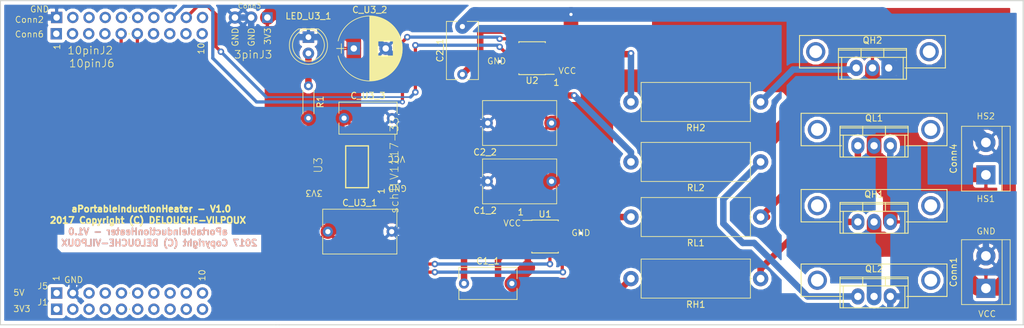
<source format=kicad_pcb>
(kicad_pcb (version 20170123) (host pcbnew "(2017-03-23 revision 5aa1610)-master")
  (title_block (title aPortableInductionHeater) (date 2017-05-13) (rev 1.0) (company DELOUCHE-VILPOUX))
  (layers (0 Top signal) (31 Bottom power) (34 B.Paste user) (35 F.Paste user) (36 B.SilkS user) (37 F.SilkS user) (38 B.Mask user) (39 F.Mask user) (44 Edge.Cuts user))
  (net 0 "")
  (net 1 GND)
  (net 2 +3V3)
  (net 3 GPIO34)
  (net 4 GPIO28)
  (net 5 GPIO29)
  (net 6 ADCINA6)
  (net 7 ADCINA4)
  (net 8 ADCINA1)
  (net 9 ADCINA2)
  (net 10 ADCINB1)
  (net 11 ADCINB2)
  (net 12 ADCINB4)
  (net 13 GPIO18)
  (net 14 ADCINA7)
  (net 15 ADCINA3)
  (net 16 ADCINA0)
  (net 17 ADCINB3)
  (net 18 ADCINB7)
  (net 19 +5V)
  (net 20 HS1)
  (net 21 HB1)
  (net 22 VCC)
  (net 23 HORes1)
  (net 24 LORes1)
  (net 25 LI1)
  (net 26 HI1)
  (net 27 GH1)
  (net 28 GL1)
  (net 29 HB2)
  (net 30 HS2)
  (net 31 "Net-(Conn6-Pad10)")
  (net 32 "Net-(Conn6-Pad9)")
  (net 33 "Net-(Conn6-Pad8)")
  (net 34 "Net-(Conn6-Pad7)")
  (net 35 "Net-(Conn6-Pad4)")
  (net 36 "Net-(Conn6-Pad3)")
  (net 37 "Net-(Conn6-Pad2)")
  (net 38 "Net-(Conn6-Pad1)")
  (net 39 GH2)
  (net 40 GL2)
  (net 41 HORes2)
  (net 42 LORes2)
  (net 43 HI2)
  (net 44 LI2)
  (net 45 "Net-(Conn2-Pad10)")
  (net 46 "Net-(Conn2-Pad7)")
  (net 47 "Net-(Conn2-Pad6)")
  (net 48 "Net-(Conn2-Pad5)")
  (net 49 "Net-(Conn2-Pad4)")
  (net 50 "Net-(Conn2-Pad3)")
  (net 51 "Net-(Conn2-Pad2)")
  (net 52 3V3)
  (net 53 LED)
  (module ucc27211:TO-220-HeatSinkHoles (layer Top) (at 223.012 140.97)
    (fp_text reference QL2 (at 0 -4.318) (layer F.SilkS))
    (fp_text value IRFB4110)
    (pad "" np_thru_hole circle (at 8.89 -2.54) (size 3 3) (drill 2) (layers *.Cu *.Mask) (clearance 0.5))
    (pad 1 thru_hole oval (at -2.54 0) (size 2.032 2.54) (drill 1.143) (layers *.Cu *.Mask) (net 40 GL2))
    (pad 3 thru_hole oval (at 2.54 0) (size 2.032 2.54) (drill 1.143) (layers *.Cu *.Mask) (net 1 GND))
    (pad 2 thru_hole oval (at 0 0) (size 2.032 2.54) (drill 1.143) (layers *.Cu *.Mask) (net 30 HS2))
    (pad "" np_thru_hole circle (at -8.89 -2.54) (size 3 3) (drill 2) (layers *.Cu *.Mask) (clearance 0.5))
  )
  (module ucc27211:TO-220-HeatSinkHoles (layer Top) (at 223.012 129.286)
    (fp_text reference QH1 (at 0 -4.318) (layer F.SilkS))
    (fp_text value IRFB4110)
    (pad "" np_thru_hole circle (at 8.89 -2.54) (size 3 3) (drill 2) (layers *.Cu *.Mask) (clearance 0.5))
    (pad 1 thru_hole oval (at -2.54 0) (size 2.032 2.54) (drill 1.143) (layers *.Cu *.Mask) (net 27 GH1))
    (pad 3 thru_hole oval (at 2.54 0) (size 2.032 2.54) (drill 1.143) (layers *.Cu *.Mask) (net 20 HS1))
    (pad 2 thru_hole oval (at 0 0) (size 2.032 2.54) (drill 1.143) (layers *.Cu *.Mask) (net 22 VCC))
    (pad "" np_thru_hole circle (at -8.89 -2.54) (size 3 3) (drill 2) (layers *.Cu *.Mask) (clearance 0.5))
  )
  (module ucc27211:TO-220-HeatSinkHoles (layer Top) (at 223.012 117.348)
    (fp_text reference QL1 (at 0 -4.318) (layer F.SilkS))
    (fp_text value IRFB4110)
    (pad "" np_thru_hole circle (at 8.89 -2.54) (size 3 3) (drill 2) (layers *.Cu *.Mask) (clearance 0.5))
    (pad 1 thru_hole oval (at -2.54 0) (size 2.032 2.54) (drill 1.143) (layers *.Cu *.Mask) (net 28 GL1))
    (pad 3 thru_hole oval (at 2.54 0) (size 2.032 2.54) (drill 1.143) (layers *.Cu *.Mask) (net 1 GND))
    (pad 2 thru_hole oval (at 0 0) (size 2.032 2.54) (drill 1.143) (layers *.Cu *.Mask) (net 20 HS1))
    (pad "" np_thru_hole circle (at -8.89 -2.54) (size 3 3) (drill 2) (layers *.Cu *.Mask) (clearance 0.5))
  )
  (module ucc27211:TO-220-HeatSinkHoles (layer Top) (at 222.758 105.156)
    (fp_text reference QH2 (at 0 -4.318) (layer F.SilkS))
    (fp_text value IRFB4110)
    (pad "" np_thru_hole circle (at 8.89 -2.54) (size 3 3) (drill 2) (layers *.Cu *.Mask) (clearance 0.5))
    (pad 1 thru_hole oval (at -2.54 0) (size 2.032 2.54) (drill 1.143) (layers *.Cu *.Mask) (net 39 GH2))
    (pad 3 thru_hole oval (at 2.54 0) (size 2.032 2.54) (drill 1.143) (layers *.Cu *.Mask) (net 30 HS2))
    (pad 2 thru_hole oval (at 0 0) (size 2.032 2.54) (drill 1.143) (layers *.Cu *.Mask) (net 22 VCC))
    (pad "" np_thru_hole circle (at -8.89 -2.54) (size 3 3) (drill 2) (layers *.Cu *.Mask) (clearance 0.5))
  )
  (module TEXAS_SOT223 (layer Top) (at 141.986 120.65 90)
    (fp_text reference U3 (at 0.254 -6.096 90) (layer F.SilkS) (effects (font (size 1.27 1.27) (thickness 0.1016))))
    (fp_text value schTLV1117-33 (at 0.254 5.842 90) (layer F.SilkS) (effects (font (size 1.27 1.27) (thickness 0.1016))))
    (fp_text user 1 (at -3.81 3.81 90) (layer F.SilkS))
    (pad 1 smd rect (at -2.3114 3.0988 90) (size 1.2192 2.2352) (layers Top F.Paste F.Mask) (net 1 GND))
    (pad 2 smd rect (at 0 3.0988 90) (size 1.2192 2.2352) (layers Top F.Paste F.Mask) (net 52 3V3))
    (pad 3 smd rect (at 2.30886 3.0988 90) (size 1.2192 2.2352) (layers Top F.Paste F.Mask) (net 22 VCC))
    (pad 4 smd rect (at 0 -3.0988 90) (size 3.59918 2.19964) (layers Top F.Paste F.Mask) (net 52 3V3))
  )
  (module UCC27211:UCC27211_SOIC-8_3.9x4.9mm_Pitch1.27mm (layer Top) (at 171.45 131.572)
    (fp_text reference U1 (at 0 -3.5) (layer F.SilkS))
    (fp_text value schUCC27211)
    (fp_text user 1 (at -3.81 -3.81) (layer F.SilkS))
    (pad 1 smd rect (at -2.7 -1.905) (size 1.55 0.6) (layers Top F.Paste F.Mask) (net 22 VCC))
    (pad 2 smd rect (at -2.7 -0.635) (size 1.55 0.6) (layers Top F.Paste F.Mask) (net 21 HB1))
    (pad 3 smd rect (at -2.7 0.635) (size 1.55 0.6) (layers Top F.Paste F.Mask) (net 23 HORes1))
    (pad 4 smd rect (at -2.7 1.905) (size 1.55 0.6) (layers Top F.Paste F.Mask) (net 20 HS1))
    (pad 5 smd rect (at 2.7 1.905) (size 1.55 0.6) (layers Top F.Paste F.Mask) (net 26 HI1))
    (pad 6 smd rect (at 2.7 0.635) (size 1.55 0.6) (layers Top F.Paste F.Mask) (net 25 LI1))
    (pad 7 smd rect (at 2.7 -0.635) (size 1.55 0.6) (layers Top F.Paste F.Mask) (net 1 GND))
    (pad 8 smd rect (at 2.7 -1.905) (size 1.55 0.6) (layers Top F.Paste F.Mask) (net 24 LORes1))
  )
  (module UCC27211_SOIC-8_3.9x4.9mm_Pitch1.27mm (layer Top) (at 169.418 103.632 180)
    (fp_text reference U2 (at 0 -3.5 180) (layer F.SilkS))
    (fp_text value schUCC27211)
    (fp_text user 1 (at -3.81 -3.81 180) (layer F.SilkS))
    (pad 8 smd rect (at 2.7 -1.905 180) (size 1.55 0.6) (layers Top F.Paste F.Mask) (net 42 LORes2))
    (pad 7 smd rect (at 2.7 -0.635 180) (size 1.55 0.6) (layers Top F.Paste F.Mask) (net 1 GND))
    (pad 6 smd rect (at 2.7 0.635 180) (size 1.55 0.6) (layers Top F.Paste F.Mask) (net 44 LI2))
    (pad 5 smd rect (at 2.7 1.905 180) (size 1.55 0.6) (layers Top F.Paste F.Mask) (net 43 HI2))
    (pad 4 smd rect (at -2.7 1.905 180) (size 1.55 0.6) (layers Top F.Paste F.Mask) (net 30 HS2))
    (pad 3 smd rect (at -2.7 0.635 180) (size 1.55 0.6) (layers Top F.Paste F.Mask) (net 41 HORes2))
    (pad 2 smd rect (at -2.7 -0.635 180) (size 1.55 0.6) (layers Top F.Paste F.Mask) (net 29 HB2))
    (pad 1 smd rect (at -2.7 -1.905 180) (size 1.55 0.6) (layers Top F.Paste F.Mask) (net 22 VCC))
  )
  (module Capacitors_THT:C_Rect_L9.0mm_W4.9mm_P7.50mm_MKT (layer Top) (at 139.954 113.03)
    (fp_text reference C_U3_3 (at 3.75 -3.51) (layer F.SilkS))
    (fp_text value 0.1u)
    (pad 1 thru_hole circle (at 0 0) (size 1.6 1.6) (drill 0.8) (layers *.Cu *.Mask) (net 52 3V3))
    (pad 2 thru_hole circle (at 7.5 0) (size 1.6 1.6) (drill 0.8) (layers *.Cu *.Mask) (net 1 GND))
  )
  (module Capacitors_THT:C_Rect_L11.5mm_W6.9mm_P10.00mm_MKT (layer Top) (at 172.466 113.792 180)
    (fp_text reference C2_2 (at 10.414 -4.572 180) (layer F.SilkS))
    (fp_text value 1uf)
    (pad 1 thru_hole circle (at 0 0 180) (size 1.6 1.6) (drill 0.8) (layers *.Cu *.Mask) (net 22 VCC))
    (pad 2 thru_hole circle (at 10 0 180) (size 1.6 1.6) (drill 0.8) (layers *.Cu *.Mask) (net 1 GND))
  )
  (module Capacitors_THT:C_Rect_L11.5mm_W6.9mm_P10.00mm_MKT (layer Top) (at 172.466 122.936 180)
    (fp_text reference C1_2 (at 10.414 -4.572 180) (layer F.SilkS))
    (fp_text value 1uf)
    (pad 1 thru_hole circle (at 0 0 180) (size 1.6 1.6) (drill 0.8) (layers *.Cu *.Mask) (net 22 VCC))
    (pad 2 thru_hole circle (at 10 0 180) (size 1.6 1.6) (drill 0.8) (layers *.Cu *.Mask) (net 1 GND))
  )
  (module Capacitors_THT:C_Rect_L11.5mm_W6.9mm_P10.00mm_MKT (layer Top) (at 137.414 130.81)
    (fp_text reference C_U3_1 (at 5 -4.51) (layer F.SilkS))
    (fp_text value 1u)
    (pad 1 thru_hole circle (at 0 0) (size 1.6 1.6) (drill 0.8) (layers *.Cu *.Mask) (net 22 VCC))
    (pad 2 thru_hole circle (at 10 0) (size 1.6 1.6) (drill 0.8) (layers *.Cu *.Mask) (net 1 GND))
  )
  (module Capacitors_THT:C_Rect_L9.0mm_W4.9mm_P7.50mm_MKT (layer Top) (at 158.496 106.172 90)
    (fp_text reference C2_1 (at 3.75 -3.51 90) (layer F.SilkS))
    (fp_text value .022uf)
    (pad 1 thru_hole circle (at 0 0 90) (size 1.6 1.6) (drill 0.8) (layers *.Cu *.Mask) (net 29 HB2))
    (pad 2 thru_hole circle (at 7.5 0 90) (size 1.6 1.6) (drill 0.8) (layers *.Cu *.Mask) (net 30 HS2))
  )
  (module Capacitors_THT:C_Rect_L9.0mm_W4.9mm_P7.50mm_MKT (layer Top) (at 158.75 138.938)
    (fp_text reference C1_1 (at 3.75 -3.51) (layer F.SilkS))
    (fp_text value .022uf)
    (pad 1 thru_hole circle (at 0 0) (size 1.6 1.6) (drill 0.8) (layers *.Cu *.Mask) (net 21 HB1))
    (pad 2 thru_hole circle (at 7.5 0) (size 1.6 1.6) (drill 0.8) (layers *.Cu *.Mask) (net 20 HS1))
  )
  (module UCC27211:MA10-1 (layer Top) (at 106.336 97.25)
    (fp_text reference Conn2 (at -13.372 -0.222) (layer F.SilkS) (effects (font (size 0.9652 0.9652) (thickness 0.115824)) (justify right top)))
    (fp_text value 10pinJ2 (at -9.816 5.874) (layer F.SilkS) (effects (font (size 1.2065 1.2065) (thickness 0.12065)) (justify left bottom)))
    (pad 1 thru_hole rect (at -11.43 0 90) (size 1.778 1.778) (drill 1.016) (layers *.Cu *.Mask) (net 1 GND))
    (pad 2 thru_hole circle (at -8.89 0 90) (size 1.778 1.778) (drill 1.016) (layers *.Cu *.Mask) (net 51 "Net-(Conn2-Pad2)"))
    (pad 3 thru_hole circle (at -6.35 0 90) (size 1.778 1.778) (drill 1.016) (layers *.Cu *.Mask) (net 50 "Net-(Conn2-Pad3)"))
    (pad 4 thru_hole circle (at -3.81 0 90) (size 1.778 1.778) (drill 1.016) (layers *.Cu *.Mask) (net 49 "Net-(Conn2-Pad4)"))
    (pad 5 thru_hole circle (at -1.27 0 90) (size 1.778 1.778) (drill 1.016) (layers *.Cu *.Mask) (net 48 "Net-(Conn2-Pad5)"))
    (pad 6 thru_hole circle (at 1.27 0 90) (size 1.778 1.778) (drill 1.016) (layers *.Cu *.Mask) (net 47 "Net-(Conn2-Pad6)"))
    (pad 7 thru_hole circle (at 3.81 0 90) (size 1.778 1.778) (drill 1.016) (layers *.Cu *.Mask) (net 46 "Net-(Conn2-Pad7)"))
    (pad 8 thru_hole circle (at 6.35 0 90) (size 1.778 1.778) (drill 1.016) (layers *.Cu *.Mask) (net 43 HI2))
    (pad 9 thru_hole circle (at 8.89 0 90) (size 1.778 1.778) (drill 1.016) (layers *.Cu *.Mask) (net 44 LI2))
    (pad 10 thru_hole circle (at 11.43 0 90) (size 1.778 1.778) (drill 1.016) (layers *.Cu *.Mask) (net 45 "Net-(Conn2-Pad10)"))
  )
  (module UCC27211:MA10-1 (layer Top) (at 106.286 99.8)
    (fp_text reference Conn6 (at -13.322 -0.486) (layer F.SilkS) (effects (font (size 0.9652 0.9652) (thickness 0.115824)) (justify right top)))
    (fp_text value 10pinJ6 (at -9.512 5.356) (layer F.SilkS) (effects (font (size 1.2065 1.2065) (thickness 0.12065)) (justify left bottom)))
    (pad 1 thru_hole rect (at -11.43 0 90) (size 1.778 1.778) (drill 1.016) (layers *.Cu *.Mask) (net 38 "Net-(Conn6-Pad1)"))
    (pad 2 thru_hole circle (at -8.89 0 90) (size 1.778 1.778) (drill 1.016) (layers *.Cu *.Mask) (net 37 "Net-(Conn6-Pad2)"))
    (pad 3 thru_hole circle (at -6.35 0 90) (size 1.778 1.778) (drill 1.016) (layers *.Cu *.Mask) (net 36 "Net-(Conn6-Pad3)"))
    (pad 4 thru_hole circle (at -3.81 0 90) (size 1.778 1.778) (drill 1.016) (layers *.Cu *.Mask) (net 35 "Net-(Conn6-Pad4)"))
    (pad 5 thru_hole circle (at -1.27 0 90) (size 1.778 1.778) (drill 1.016) (layers *.Cu *.Mask) (net 26 HI1))
    (pad 6 thru_hole circle (at 1.27 0 90) (size 1.778 1.778) (drill 1.016) (layers *.Cu *.Mask) (net 25 LI1))
    (pad 7 thru_hole circle (at 3.81 0 90) (size 1.778 1.778) (drill 1.016) (layers *.Cu *.Mask) (net 34 "Net-(Conn6-Pad7)"))
    (pad 8 thru_hole circle (at 6.35 0 90) (size 1.778 1.778) (drill 1.016) (layers *.Cu *.Mask) (net 33 "Net-(Conn6-Pad8)"))
    (pad 9 thru_hole circle (at 8.89 0 90) (size 1.778 1.778) (drill 1.016) (layers *.Cu *.Mask) (net 32 "Net-(Conn6-Pad9)"))
    (pad 10 thru_hole circle (at 11.43 0 90) (size 1.778 1.778) (drill 1.016) (layers *.Cu *.Mask) (net 31 "Net-(Conn6-Pad10)"))
  )
  (module MA10-1 (layer Top) (at 106.3371 140.4336)
    (fp_text reference J5 (at -12.7 -1.651) (layer F.SilkS) (effects (font (size 0.9652 0.9652) (thickness 0.115824)) (justify right top)))
    (fp_text value "" (at 1.27 2.921) (layer F.SilkS) (effects (font (size 1.2065 1.2065) (thickness 0.12065)) (justify left bottom)))
    (pad 1 thru_hole rect (at -11.43 0 90) (size 1.778 1.778) (drill 1.016) (layers *.Cu *.Mask) (net 19 +5V))
    (pad 2 thru_hole circle (at -8.89 0 90) (size 1.778 1.778) (drill 1.016) (layers *.Cu *.Mask) (net 1 GND))
    (pad 3 thru_hole circle (at -6.35 0 90) (size 1.778 1.778) (drill 1.016) (layers *.Cu *.Mask) (net 14 ADCINA7))
    (pad 4 thru_hole circle (at -3.81 0 90) (size 1.778 1.778) (drill 1.016) (layers *.Cu *.Mask) (net 15 ADCINA3))
    (pad 5 thru_hole circle (at -1.27 0 90) (size 1.778 1.778) (drill 1.016) (layers *.Cu *.Mask) (net 8 ADCINA1))
    (pad 6 thru_hole circle (at 1.27 0 90) (size 1.778 1.778) (drill 1.016) (layers *.Cu *.Mask) (net 16 ADCINA0))
    (pad 7 thru_hole circle (at 3.81 0 90) (size 1.778 1.778) (drill 1.016) (layers *.Cu *.Mask) (net 10 ADCINB1))
    (pad 8 thru_hole circle (at 6.35 0 90) (size 1.778 1.778) (drill 1.016) (layers *.Cu *.Mask) (net 17 ADCINB3))
    (pad 9 thru_hole circle (at 8.89 0 90) (size 1.778 1.778) (drill 1.016) (layers *.Cu *.Mask) (net 18 ADCINB7))
    (pad 10 thru_hole circle (at 11.43 0 90) (size 1.778 1.778) (drill 1.016) (layers *.Cu *.Mask))
  )
  (module MA10-1 (layer Top) (at 106.3371 142.9736)
    (fp_text reference J1 (at -12.7 -1.651) (layer F.SilkS) (effects (font (size 0.9652 0.9652) (thickness 0.115824)) (justify right top)))
    (fp_text value "" (at 1.27 2.921) (layer F.SilkS) (effects (font (size 1.2065 1.2065) (thickness 0.12065)) (justify left bottom)))
    (pad 1 thru_hole rect (at -11.43 0 90) (size 1.778 1.778) (drill 1.016) (layers *.Cu *.Mask) (net 2 +3V3))
    (pad 2 thru_hole circle (at -8.89 0 90) (size 1.778 1.778) (drill 1.016) (layers *.Cu *.Mask) (net 6 ADCINA6))
    (pad 3 thru_hole circle (at -6.35 0 90) (size 1.778 1.778) (drill 1.016) (layers *.Cu *.Mask) (net 4 GPIO28))
    (pad 4 thru_hole circle (at -3.81 0 90) (size 1.778 1.778) (drill 1.016) (layers *.Cu *.Mask) (net 5 GPIO29))
    (pad 5 thru_hole circle (at -1.27 0 90) (size 1.778 1.778) (drill 1.016) (layers *.Cu *.Mask) (net 3 GPIO34))
    (pad 6 thru_hole circle (at 1.27 0 90) (size 1.778 1.778) (drill 1.016) (layers *.Cu *.Mask) (net 7 ADCINA4))
    (pad 7 thru_hole circle (at 3.81 0 90) (size 1.778 1.778) (drill 1.016) (layers *.Cu *.Mask) (net 13 GPIO18))
    (pad 8 thru_hole circle (at 6.35 0 90) (size 1.778 1.778) (drill 1.016) (layers *.Cu *.Mask) (net 9 ADCINA2))
    (pad 9 thru_hole circle (at 8.89 0 90) (size 1.778 1.778) (drill 1.016) (layers *.Cu *.Mask) (net 11 ADCINB2))
    (pad 10 thru_hole circle (at 11.43 0 90) (size 1.778 1.778) (drill 1.016) (layers *.Cu *.Mask) (net 12 ADCINB4))
  )
  (module UCC27211:MA03-1 (layer Top) (at 125.392601 97.259043)
    (fp_text reference Conn3 (at 1.607399 -2.263043 -180) (layer F.SilkS) (effects (font (size 0.77216 0.77216) (thickness 0.092659)) (justify right top)))
    (fp_text value 3pinJ3 (at 3.385399 5.102957 -180) (layer F.SilkS) (effects (font (size 1.2065 1.2065) (thickness 0.12065)) (justify right top)))
    (pad 1 thru_hole circle (at -2.54 0 270) (size 1.9304 1.9304) (drill 1.016) (layers *.Cu *.Mask) (net 1 GND))
    (pad 2 thru_hole circle (at 0 0 270) (size 1.9304 1.9304) (drill 1.016) (layers *.Cu *.Mask) (net 1 GND))
    (pad 3 thru_hole rect (at 2.54 0 270) (size 1.6764 1.6764) (drill 1.016) (layers *.Cu *.Mask) (net 52 3V3))
  )
  (module Resistors_THT:R_Axial_DIN0617_L17.0mm_D6.0mm_P20.32mm_Horizontal (layer Top) (at 205.232 138.176 180)
    (fp_text reference RH1 (at 10.16 -4.06 180) (layer F.SilkS))
    (fp_text value 3ohm)
    (pad 1 thru_hole circle (at 0 0 180) (size 2.4 2.4) (drill 1.2) (layers *.Cu *.Mask) (net 27 GH1))
    (pad 2 thru_hole oval (at 20.32 0 180) (size 2.4 2.4) (drill 1.2) (layers *.Cu *.Mask) (net 23 HORes1))
  )
  (module Resistors_THT:R_Axial_DIN0617_L17.0mm_D6.0mm_P20.32mm_Horizontal (layer Top) (at 205.232 110.49 180)
    (fp_text reference RH2 (at 10.16 -4.06 180) (layer F.SilkS))
    (fp_text value 3ohm)
    (pad 1 thru_hole circle (at 0 0 180) (size 2.4 2.4) (drill 1.2) (layers *.Cu *.Mask) (net 39 GH2))
    (pad 2 thru_hole oval (at 20.32 0 180) (size 2.4 2.4) (drill 1.2) (layers *.Cu *.Mask) (net 41 HORes2))
  )
  (module Resistors_THT:R_Axial_DIN0617_L17.0mm_D6.0mm_P20.32mm_Horizontal (layer Top) (at 205.232 128.524 180)
    (fp_text reference RL1 (at 10.16 -4.06 180) (layer F.SilkS))
    (fp_text value 3ohm)
    (pad 2 thru_hole oval (at 20.32 0 180) (size 2.4 2.4) (drill 1.2) (layers *.Cu *.Mask) (net 24 LORes1))
    (pad 1 thru_hole circle (at 0 0 180) (size 2.4 2.4) (drill 1.2) (layers *.Cu *.Mask) (net 28 GL1))
  )
  (module Resistors_THT:R_Axial_DIN0617_L17.0mm_D6.0mm_P20.32mm_Horizontal (layer Top) (at 205.232 119.888 180)
    (fp_text reference RL2 (at 10.16 -4.06 180) (layer F.SilkS))
    (fp_text value 3ohm)
    (pad 2 thru_hole oval (at 20.32 0 180) (size 2.4 2.4) (drill 1.2) (layers *.Cu *.Mask) (net 42 LORes2))
    (pad 1 thru_hole circle (at 0 0 180) (size 2.4 2.4) (drill 1.2) (layers *.Cu *.Mask) (net 40 GL2))
  )
  (module Capacitors_THT:CP_Radial_D10.0mm_P5.00mm (layer Top) (at 141.478 102.108)
    (fp_text reference C_U3_2 (at 2.5 -6.06) (layer F.SilkS))
    (fp_text value 100u)
    (pad 2 thru_hole circle (at 5 0) (size 2 2) (drill 1) (layers *.Cu *.Mask) (net 1 GND))
    (pad 1 thru_hole rect (at 0 0) (size 2 2) (drill 1) (layers *.Cu *.Mask) (net 52 3V3))
  )
  (module LEDs:LED_D5.0mm (layer Top) (at 134.366 100.33 270)
    (fp_text reference LED_U3_1 (at -3.302 0) (layer F.SilkS))
    (fp_text value ~)
    (pad 2 thru_hole circle (at 2.54 0 270) (size 1.8 1.8) (drill 0.9) (layers *.Cu *.Mask) (net 53 LED))
    (pad 1 thru_hole rect (at 0 0 270) (size 1.8 1.8) (drill 0.9) (layers *.Cu *.Mask) (net 1 GND))
  )
  (module Resistors_THT:R_Axial_DIN0204_L3.6mm_D1.6mm_P5.08mm_Horizontal (layer Top) (at 134.366 107.95 270)
    (fp_text reference R1 (at 2.54 -1.86 270) (layer F.SilkS))
    (fp_text value 820)
    (pad 2 thru_hole oval (at 5.08 0 270) (size 1.4 1.4) (drill 0.7) (layers *.Cu *.Mask) (net 52 3V3))
    (pad 1 thru_hole circle (at 0 0 270) (size 1.4 1.4) (drill 0.7) (layers *.Cu *.Mask) (net 53 LED))
  )
  (module Connectors:bornier2 (layer Top) (at 240.538 121.92 90)
    (fp_text reference Conn4 (at 2.54 -5.08 90) (layer F.SilkS))
    (fp_text value Connector2pin)
    (pad 2 thru_hole circle (at 5.08 0 90) (size 3 3) (drill 1.52) (layers *.Cu *.Mask) (net 30 HS2))
    (pad 1 thru_hole rect (at 0 0 90) (size 3 3) (drill 1.52) (layers *.Cu *.Mask) (net 20 HS1))
  )
  (module Connectors:bornier2 (layer Top) (at 240.538 139.7 90)
    (fp_text reference Conn1 (at 2.54 -5.08 90) (layer F.SilkS))
    (fp_text value Connector2pin)
    (pad 2 thru_hole circle (at 5.08 0 90) (size 3 3) (drill 1.52) (layers *.Cu *.Mask) (net 1 GND))
    (pad 1 thru_hole rect (at 0 0 90) (size 3 3) (drill 1.52) (layers *.Cu *.Mask) (net 22 VCC))
  )
  (gr_text "2017 Copyright (C) DELOUCHE-VILPOUX" (at 110.998 132.588) (layer Bottom) (effects (font (size 1 1) (thickness 0.25)) (justify mirror)))
  (gr_text "aPortableInductionHeater - V1.0" (at 109.22 130.81) (layer Bottom) (effects (font (size 1 1) (thickness 0.25)) (justify mirror)))
  (gr_text "2017 Copyright (C) DELOUCHE-VILPOUX" (at 109.22 129.032) (layer Top) (effects (font (size 1 1) (thickness 0.25))))
  (gr_text "aPortableInductionHeater - V1.0" (at 109.728 127.254) (layer Top) (effects (font (size 1 1) (thickness 0.25))))
  (gr_text "2017 Copyright (C) DELOUCHE-VILPOUX" (at 110.998 132.588) (layer B.SilkS) (effects (font (size 1 1) (thickness 0.25)) (justify mirror)))
  (gr_text "aPortableInductionHeater - V1.0" (at 109.22 130.81) (layer B.SilkS) (effects (font (size 1 1) (thickness 0.25)) (justify mirror)))
  (gr_text "aPortableInductionHeater - V1.0" (at 109.728 127.254) (layer F.SilkS) (effects (font (size 1 1) (thickness 0.25))))
  (gr_text GND (at 175.514 131.572) (layer F.SilkS) (effects (font (size 0.9652 0.9652) (thickness 0.12192)) (justify left bottom)))
  (gr_text "2017 Copyright (C) DELOUCHE-VILPOUX" (at 109.22 129.032) (layer F.SilkS) (effects (font (size 1 1) (thickness 0.25))))
  (gr_text HS2 (at 239.014 113.284) (layer F.SilkS) (effects (font (size 0.9652 0.9652) (thickness 0.12192)) (justify left bottom)))
  (gr_text HS1 (at 239.014 126.238) (layer F.SilkS) (effects (font (size 0.9652 0.9652) (thickness 0.12192)) (justify left bottom)))
  (gr_text GND (at 162.306 104.648) (layer F.SilkS) (effects (font (size 0.9652 0.9652) (thickness 0.12192)) (justify left bottom)))
  (gr_text VCC (at 173.482 106.172) (layer F.SilkS) (effects (font (size 0.9652 0.9652) (thickness 0.12192)) (justify left bottom)))
  (gr_text VCC (at 164.846 130.048) (layer F.SilkS) (effects (font (size 0.9652 0.9652) (thickness 0.12192)) (justify left bottom)))
  (gr_text VCC (at 149.606 118.872 180) (layer F.SilkS) (effects (font (size 0.9652 0.9652) (thickness 0.12192)) (justify left bottom)))
  (gr_text GND (at 239.014 131.318) (layer F.SilkS) (effects (font (size 0.9652 0.9652) (thickness 0.12192)) (justify left bottom)))
  (gr_text VCC (at 239.268 144.272) (layer F.SilkS) (effects (font (size 0.9652 0.9652) (thickness 0.12192)) (justify left bottom)))
  (gr_text 3V3 (at 136.652 124.206 180) (layer F.SilkS) (effects (font (size 0.9652 0.9652) (thickness 0.12192)) (justify left bottom)))
  (gr_text GND (at 149.86 123.444 180) (layer F.SilkS) (effects (font (size 0.9652 0.9652) (thickness 0.12192)) (justify left bottom)))
  (gr_text GND (at 96.012 138.938) (layer F.SilkS) (effects (font (size 0.9652 0.9652) (thickness 0.12192)) (justify left bottom)))
  (gr_text 10 (at 118.11 103.124 90) (layer F.SilkS) (effects (font (size 0.9652 0.9652) (thickness 0.12192)) (justify left bottom)))
  (gr_line (start 86.106 94.612) (end 246.446 94.612) (angle 90) (layer Edge.Cuts) (width 0.15))
  (gr_line (start 246.38 94.612) (end 246.38 145.412) (angle 90) (layer Edge.Cuts) (width 0.15))
  (gr_line (start 129.794 145.412) (end 246.446 145.412) (angle 90) (layer Edge.Cuts) (width 0.15))
  (gr_line (start 129.794 145.412) (end 129.286 145.412) (angle 90) (layer Edge.Cuts) (width 0.15))
  (gr_line (start 86.106 94.612) (end 86.106 145.412) (angle 90) (layer Edge.Cuts) (width 0.15))
  (gr_line (start 86.106 145.412) (end 129.286 145.412) (angle 90) (layer Edge.Cuts) (width 0.15))
  (gr_text 5V (at 88.0491 140.9416) (layer F.SilkS) (effects (font (size 0.9652 0.9652) (thickness 0.12192)) (justify left bottom)))
  (gr_text 3V3 (at 88.0491 143.4816) (layer F.SilkS) (effects (font (size 0.9652 0.9652) (thickness 0.12192)) (justify left bottom)))
  (gr_text GND (at 90.678 96.52) (layer F.SilkS) (effects (font (size 0.9652 0.9652) (thickness 0.12192)) (justify left bottom)))
  (gr_text GND (at 122.3391 98.7776 90) (layer F.SilkS) (effects (font (size 0.9652 0.9652) (thickness 0.12192)) (justify right top)))
  (gr_text GND (at 124.8791 98.7776 90) (layer F.SilkS) (effects (font (size 0.9652 0.9652) (thickness 0.12192)) (justify right top)))
  (gr_text 3V3 (at 127.4191 98.7776 90) (layer F.SilkS) (effects (font (size 0.9652 0.9652) (thickness 0.12192)) (justify right top)))
  (gr_text 1 (at 95.4151 138.6556 90) (layer F.SilkS) (effects (font (size 0.9652 0.9652) (thickness 0.12192)) (justify left bottom)))
  (gr_text 10 (at 118.2751 138.6556 90) (layer F.SilkS) (effects (font (size 0.9652 0.9652) (thickness 0.12192)) (justify left bottom)))
  (gr_text 1 (at 94.3991 101.3176 90) (layer F.SilkS) (effects (font (size 0.9652 0.9652) (thickness 0.12192)) (justify right top)))
  (segment (start 240.538 134.62) (end 240.284 134.62) (width 1.016) (layer Bottom) (net 1))
  (segment (start 233.934 140.97) (end 225.552 140.97) (width 1.016) (layer Bottom) (net 1))
  (segment (start 240.284 134.62) (end 233.934 140.97) (width 1.016) (layer Bottom) (net 1))
  (segment (start 147.454 113.03) (end 150.876 113.03) (width 1.016) (layer Bottom) (net 1))
  (segment (start 150.876 113.03) (end 153.79 110.116) (width 1.016) (layer Bottom) (net 1))
  (segment (start 157.226 113.792) (end 162.466 113.792) (width 1.016) (layer Bottom) (net 1))
  (segment (start 157.466 122.936) (end 162.466 122.936) (width 1.016) (layer Bottom) (net 1))
  (segment (start 147.414 130.81) (end 150.876 130.81) (width 1.016) (layer Bottom) (net 1))
  (segment (start 150.876 130.81) (end 150.876 131.064) (width 1.016) (layer Bottom) (net 1))
  (segment (start 240.538 129.286) (end 230.666644 129.286) (width 1.016) (layer Bottom) (net 1))
  (segment (start 240.538 134.62) (end 240.538 129.286) (width 1.016) (layer Bottom) (net 1))
  (segment (start 225.552 124.785114) (end 225.552 117.348) (width 1.016) (layer Bottom) (net 1))
  (segment (start 230.666644 129.286) (end 225.552 124.785114) (width 1.016) (layer Bottom) (net 1))
  (segment (start 97.4471 136.906) (end 150.876 136.906) (width 1.016) (layer Bottom) (net 1))
  (segment (start 150.876 136.906) (end 150.368 136.906) (width 1.016) (layer Bottom) (net 1))
  (segment (start 150.368 136.906) (end 150.876 136.906) (width 1.016) (layer Bottom) (net 1))
  (segment (start 157.466 122.936) (end 148.59 122.936) (width 1.016) (layer Bottom) (net 1))
  (segment (start 148.5646 122.9614) (end 145.0848 122.9614) (width 1.016) (layer Top) (net 1))
  (segment (start 148.59 122.936) (end 148.5646 122.9614) (width 1.016) (layer Top) (net 1))
  (via (at 148.59 122.936) (size 1.016) (drill 0.508) (layers Top Bottom) (net 1))
  (via (at 177.038 131.064) (size 1.016) (drill 0.508) (layers Top Bottom) (net 1))
  (segment (start 178.308 132.334) (end 177.038 131.064) (width 1.016) (layer Bottom) (net 1))
  (segment (start 178.308 143.51) (end 178.308 132.334) (width 1.016) (layer Bottom) (net 1))
  (segment (start 176.911 130.937) (end 174.15 130.937) (width 1.016) (layer Top) (net 1))
  (segment (start 177.038 131.064) (end 176.911 130.937) (width 1.016) (layer Top) (net 1))
  (segment (start 153.67 104.14) (end 164.338 104.14) (width 1.016) (layer Bottom) (net 1))
  (segment (start 164.465 104.267) (end 166.718 104.267) (width 1.016) (layer Top) (net 1))
  (segment (start 164.338 104.14) (end 164.465 104.267) (width 1.016) (layer Top) (net 1))
  (via (at 164.338 104.14) (size 1.016) (drill 0.508) (layers Top Bottom) (net 1))
  (segment (start 94.906 97.25) (end 92.234 97.25) (width 1.016) (layer Bottom) (net 1))
  (segment (start 97.4471 136.5631) (end 97.4471 136.906) (width 1.016) (layer Bottom) (net 1))
  (segment (start 97.4471 136.906) (end 97.4471 140.4336) (width 1.016) (layer Bottom) (net 1))
  (segment (start 92.202 131.318) (end 97.4471 136.5631) (width 1.016) (layer Bottom) (net 1))
  (segment (start 92.202 97.282) (end 92.202 131.318) (width 1.016) (layer Bottom) (net 1))
  (segment (start 92.234 97.25) (end 92.202 97.282) (width 1.016) (layer Bottom) (net 1))
  (segment (start 94.996 97.16) (end 94.906 97.25) (width 1.016) (layer Bottom) (net 1))
  (segment (start 134.366 100.33) (end 125.222 100.33) (width 1.016) (layer Bottom) (net 1))
  (segment (start 125.392601 100.159399) (end 125.392601 97.259043) (width 1.016) (layer Bottom) (net 1))
  (segment (start 125.222 100.33) (end 125.392601 100.159399) (width 1.016) (layer Bottom) (net 1))
  (segment (start 125.392601 97.259043) (end 122.852601 97.259043) (width 1.016) (layer Bottom) (net 1))
  (segment (start 134.366 100.33) (end 137.16 100.33) (width 1.016) (layer Bottom) (net 1))
  (segment (start 142.668 98.298) (end 146.478 102.108) (width 1.016) (layer Bottom) (net 1))
  (segment (start 139.192 98.298) (end 142.668 98.298) (width 1.016) (layer Bottom) (net 1))
  (segment (start 137.16 100.33) (end 139.192 98.298) (width 1.016) (layer Bottom) (net 1))
  (segment (start 157.466 113.792) (end 157.226 113.792) (width 1.016) (layer Bottom) (net 1))
  (segment (start 153.67 104.14) (end 148.51 104.14) (width 1.016) (layer Bottom) (net 1))
  (segment (start 157.466 113.792) (end 153.79 110.116) (width 1.016) (layer Bottom) (net 1))
  (segment (start 153.79 110.116) (end 153.67 109.996) (width 1.016) (layer Bottom) (net 1))
  (segment (start 153.67 109.996) (end 153.67 104.14) (width 1.016) (layer Bottom) (net 1))
  (segment (start 148.51 104.14) (end 146.478 102.108) (width 1.016) (layer Bottom) (net 1))
  (segment (start 157.466 122.936) (end 157.466 113.792) (width 1.016) (layer Bottom) (net 1))
  (segment (start 225.552 141.224) (end 225.552 143.256) (width 1.016) (layer Bottom) (net 1))
  (segment (start 225.552 143.256) (end 225.298 143.51) (width 1.016) (layer Bottom) (net 1))
  (segment (start 150.876 129.526) (end 157.466 122.936) (width 1.016) (layer Bottom) (net 1))
  (segment (start 150.876 141.732) (end 150.876 136.906) (width 1.016) (layer Bottom) (net 1))
  (segment (start 178.308 143.51) (end 152.654 143.51) (width 1.016) (layer Bottom) (net 1))
  (segment (start 152.654 143.51) (end 150.876 141.732) (width 1.016) (layer Bottom) (net 1))
  (segment (start 150.876 136.906) (end 150.876 131.064) (width 1.016) (layer Bottom) (net 1))
  (segment (start 150.876 131.064) (end 150.876 129.526) (width 1.016) (layer Bottom) (net 1))
  (segment (start 225.298 143.51) (end 178.308 143.51) (width 1.016) (layer Bottom) (net 1))
  (segment (start 223.012 117.348) (end 223.012 114.046) (width 2.286) (layer Top) (net 20))
  (segment (start 223.012 114.046) (end 224.536 112.522) (width 2.286) (layer Top) (net 20))
  (segment (start 224.536 112.522) (end 217.678 112.522) (width 2.286) (layer Top) (net 20))
  (segment (start 217.678 112.522) (end 216.662 111.506) (width 2.286) (layer Top) (net 20))
  (segment (start 216.662 111.506) (end 211.582 111.506) (width 2.286) (layer Top) (net 20))
  (segment (start 211.582 111.506) (end 206.756 116.332) (width 2.286) (layer Top) (net 20))
  (segment (start 206.756 116.332) (end 199.644 116.332) (width 2.286) (layer Top) (net 20))
  (segment (start 194.056 133.35) (end 194.056 121.92) (width 2.286) (layer Top) (net 20))
  (segment (start 178.308 139.192) (end 184.15 133.35) (width 2.286) (layer Top) (net 20))
  (segment (start 184.15 133.35) (end 194.056 133.35) (width 2.286) (layer Top) (net 20))
  (segment (start 178.308 139.192) (end 166.504 139.192) (width 2.286) (layer Top) (net 20))
  (segment (start 194.056 121.92) (end 199.644 116.332) (width 2.286) (layer Top) (net 20))
  (segment (start 240.538 121.92) (end 230.886 121.92) (width 2.286) (layer Top) (net 20))
  (segment (start 225.552 127.254) (end 225.552 129.286) (width 2.286) (layer Top) (net 20))
  (segment (start 230.886 121.92) (end 225.552 127.254) (width 2.286) (layer Top) (net 20))
  (segment (start 225.552 129.286) (end 225.552 124.206) (width 2.286) (layer Top) (net 20))
  (segment (start 225.552 124.206) (end 223.012 121.666) (width 2.286) (layer Top) (net 20))
  (segment (start 223.012 121.666) (end 223.012 117.348) (width 2.286) (layer Top) (net 20))
  (segment (start 168.75 133.477) (end 168.75 136.438) (width 1.016) (layer Top) (net 20))
  (segment (start 168.75 136.438) (end 166.25 138.938) (width 2.286) (layer Top) (net 20))
  (segment (start 166.504 139.192) (end 166.25 138.938) (width 2.286) (layer Top) (net 20))
  (segment (start 168.75 130.937) (end 161.925 130.937) (width 1.016) (layer Top) (net 21))
  (segment (start 158.75 134.112) (end 158.75 138.938) (width 1.016) (layer Top) (net 21))
  (segment (start 161.925 130.937) (end 158.75 134.112) (width 1.016) (layer Top) (net 21))
  (segment (start 223.012 129.286) (end 223.012 132.334) (width 2.286) (layer Top) (net 22))
  (segment (start 233.172 133.604) (end 239.268 139.7) (width 2.286) (layer Top) (net 22))
  (segment (start 224.282 133.604) (end 233.172 133.604) (width 2.286) (layer Top) (net 22))
  (segment (start 223.012 132.334) (end 224.282 133.604) (width 2.286) (layer Top) (net 22))
  (segment (start 239.268 139.7) (end 240.538 139.7) (width 2.286) (layer Top) (net 22))
  (segment (start 222.885 107.061) (end 222.377 107.061) (width 2.286) (layer Top) (net 22))
  (segment (start 207.899 106.553) (end 178.816 106.553) (width 2.286) (layer Top) (net 22))
  (segment (start 210.058 108.712) (end 207.899 106.553) (width 2.286) (layer Top) (net 22))
  (segment (start 220.726 108.712) (end 210.058 108.712) (width 2.286) (layer Top) (net 22))
  (segment (start 222.377 107.061) (end 220.726 108.712) (width 2.286) (layer Top) (net 22))
  (segment (start 244.094 111.252) (end 238.252 111.252) (width 2.286) (layer Top) (net 22))
  (segment (start 242.316 139.7) (end 244.094 137.922) (width 2.286) (layer Top) (net 22))
  (segment (start 244.094 137.922) (end 244.094 111.252) (width 2.286) (layer Top) (net 22))
  (segment (start 240.538 139.7) (end 242.316 139.7) (width 2.286) (layer Top) (net 22))
  (segment (start 224.536 108.712) (end 222.885 107.061) (width 2.286) (layer Top) (net 22))
  (segment (start 222.885 107.061) (end 222.758 106.934) (width 2.286) (layer Top) (net 22))
  (segment (start 235.712 108.712) (end 224.536 108.712) (width 2.286) (layer Top) (net 22))
  (segment (start 238.252 111.252) (end 235.712 108.712) (width 2.286) (layer Top) (net 22))
  (segment (start 222.758 105.156) (end 222.758 106.934) (width 2.286) (layer Top) (net 22))
  (segment (start 222.758 106.934) (end 222.758 107.442) (width 2.286) (layer Top) (net 22))
  (segment (start 222.758 107.442) (end 223.012 107.188) (width 2.286) (layer Top) (net 22))
  (segment (start 223.012 107.188) (end 223.012 107.442) (width 2.286) (layer Top) (net 22))
  (segment (start 168.402 127) (end 141.224 127) (width 2.286) (layer Top) (net 22))
  (segment (start 141.224 127) (end 137.414 130.81) (width 2.286) (layer Top) (net 22))
  (segment (start 172.118 105.537) (end 178.816 106.553) (width 1.016) (layer Top) (net 22))
  (segment (start 178.816 106.553) (end 178.816 106.426) (width 2.286) (layer Top) (net 22))
  (segment (start 178.816 107.442) (end 178.816 114.554) (width 2.286) (layer Top) (net 22))
  (segment (start 178.816 106.426) (end 178.816 107.442) (width 2.286) (layer Top) (net 22))
  (segment (start 168.402 129.319) (end 168.402 127) (width 1.016) (layer Top) (net 22))
  (segment (start 168.402 127) (end 168.402 126.746) (width 2.286) (layer Top) (net 22))
  (segment (start 168.402 126.746) (end 168.656 126.492) (width 2.286) (layer Top) (net 22))
  (segment (start 168.402 129.319) (end 168.75 129.667) (width 1.016) (layer Top) (net 22))
  (segment (start 168.402 129.319) (end 168.75 129.667) (width 1.016) (layer Top) (net 22))
  (segment (start 145.0848 118.34114) (end 177.06086 118.34114) (width 1.016) (layer Top) (net 22))
  (segment (start 177.06086 118.34114) (end 177.292 118.11) (width 2.286) (layer Top) (net 22))
  (segment (start 172.466 122.936) (end 172.212 122.936) (width 2.286) (layer Top) (net 22))
  (segment (start 172.212 122.936) (end 168.656 126.492) (width 2.286) (layer Top) (net 22))
  (segment (start 172.466 113.792) (end 178.054 113.792) (width 2.286) (layer Top) (net 22))
  (segment (start 178.054 113.792) (end 178.816 114.554) (width 2.286) (layer Top) (net 22))
  (segment (start 178.816 114.554) (end 178.816 116.586) (width 2.286) (layer Top) (net 22))
  (segment (start 178.816 116.586) (end 177.292 118.11) (width 2.286) (layer Top) (net 22))
  (segment (start 177.292 118.11) (end 172.466 122.936) (width 2.286) (layer Top) (net 22))
  (segment (start 168.75 132.207) (end 167.005 132.207) (width 1.016) (layer Top) (net 23))
  (segment (start 181.356 141.732) (end 184.912 138.176) (width 1.016) (layer Top) (net 23))
  (segment (start 163.83 141.732) (end 181.356 141.732) (width 1.016) (layer Top) (net 23))
  (segment (start 164.084 141.986) (end 163.83 141.732) (width 1.016) (layer Top) (net 23))
  (segment (start 164.084 135.128) (end 164.084 141.986) (width 1.016) (layer Top) (net 23))
  (segment (start 167.005 132.207) (end 164.084 135.128) (width 1.016) (layer Top) (net 23))
  (segment (start 174.15 129.667) (end 174.625 129.667) (width 1.016) (layer Top) (net 24))
  (segment (start 174.625 129.667) (end 175.768 128.524) (width 1.016) (layer Top) (net 24))
  (segment (start 175.768 128.524) (end 184.912 128.524) (width 1.016) (layer Top) (net 24))
  (segment (start 174.15 132.207) (end 173.101 132.207) (width 0.508) (layer Top) (net 25))
  (segment (start 107.556 105.524) (end 107.556 99.8) (width 0.508) (layer Top) (net 25))
  (segment (start 137.922 135.89) (end 107.556 105.524) (width 0.508) (layer Top) (net 25))
  (segment (start 154.178 135.89) (end 137.922 135.89) (width 0.508) (layer Top) (net 25))
  (via (at 154.178 135.89) (size 1.016) (drill 0.508) (layers Top Bottom) (net 25))
  (segment (start 172.212 135.89) (end 154.178 135.89) (width 0.508) (layer Bottom) (net 25))
  (via (at 172.212 135.89) (size 1.016) (drill 0.508) (layers Top Bottom) (net 25))
  (segment (start 172.212 133.096) (end 172.212 135.89) (width 0.508) (layer Top) (net 25))
  (segment (start 173.101 132.207) (end 172.212 133.096) (width 0.508) (layer Top) (net 25))
  (segment (start 174.15 133.477) (end 174.15 137.066) (width 0.508) (layer Top) (net 26))
  (segment (start 105.016 104.762) (end 105.016 99.8) (width 0.508) (layer Top) (net 26))
  (segment (start 137.414 137.16) (end 105.016 104.762) (width 0.508) (layer Top) (net 26))
  (segment (start 154.178 137.16) (end 137.414 137.16) (width 0.508) (layer Top) (net 26))
  (via (at 154.178 137.16) (size 1.016) (drill 0.508) (layers Top Bottom) (net 26))
  (segment (start 174.244 137.16) (end 154.178 137.16) (width 0.508) (layer Bottom) (net 26))
  (via (at 174.244 137.16) (size 1.016) (drill 0.508) (layers Top Bottom) (net 26))
  (segment (start 174.15 137.066) (end 174.244 137.16) (width 0.508) (layer Top) (net 26))
  (segment (start 205.232 138.176) (end 205.232 136.652) (width 1.016) (layer Top) (net 27))
  (segment (start 212.598 129.286) (end 220.472 129.286) (width 1.016) (layer Top) (net 27))
  (segment (start 205.232 136.652) (end 212.598 129.286) (width 1.016) (layer Top) (net 27))
  (segment (start 220.472 117.094) (end 220.472 119.38) (width 1.016) (layer Top) (net 28))
  (segment (start 212.852 120.904) (end 205.232 128.524) (width 1.016) (layer Top) (net 28))
  (segment (start 218.948 120.904) (end 212.852 120.904) (width 1.016) (layer Top) (net 28))
  (segment (start 220.472 119.38) (end 218.948 120.904) (width 1.016) (layer Top) (net 28))
  (segment (start 205.232 128.524) (end 206.248 128.524) (width 1.016) (layer Top) (net 28))
  (segment (start 161.29 99.314) (end 161.29 103.378) (width 1.016) (layer Top) (net 29))
  (segment (start 169.799 104.267) (end 168.91 103.378) (width 1.016) (layer Top) (net 29))
  (segment (start 168.91 103.378) (end 168.91 99.822) (width 1.016) (layer Top) (net 29))
  (segment (start 168.91 99.822) (end 168.402 99.314) (width 1.016) (layer Top) (net 29))
  (segment (start 168.402 99.314) (end 161.29 99.314) (width 1.016) (layer Top) (net 29))
  (segment (start 172.118 104.267) (end 169.799 104.267) (width 1.016) (layer Top) (net 29))
  (segment (start 161.29 103.378) (end 158.496 106.172) (width 1.016) (layer Top) (net 29))
  (segment (start 225.298 105.156) (end 225.298 108.204) (width 2.286) (layer Bottom) (net 30))
  (segment (start 223.012 133.858) (end 223.012 140.97) (width 2.286) (layer Bottom) (net 30))
  (segment (start 223.012 133.858) (end 221.742 132.588) (width 2.286) (layer Bottom) (net 30))
  (segment (start 221.742 132.588) (end 212.09 132.588) (width 2.286) (layer Bottom) (net 30))
  (segment (start 212.09 132.588) (end 209.296 129.794) (width 2.286) (layer Bottom) (net 30))
  (segment (start 209.296 129.794) (end 209.296 111.506) (width 2.286) (layer Bottom) (net 30))
  (segment (start 209.296 111.506) (end 212.598 108.204) (width 2.286) (layer Bottom) (net 30))
  (segment (start 212.598 108.204) (end 225.298 108.204) (width 2.286) (layer Bottom) (net 30))
  (segment (start 240.538 116.84) (end 240.538 116.84) (width 2.286) (layer Bottom) (net 30))
  (segment (start 228.854 105.156) (end 225.298 105.156) (width 2.286) (layer Bottom) (net 30))
  (segment (start 240.538 116.84) (end 228.854 105.156) (width 2.286) (layer Bottom) (net 30))
  (segment (start 160.688 96.774) (end 160.394 96.774) (width 2.286) (layer Bottom) (net 30))
  (segment (start 175.514 96.774) (end 160.688 96.774) (width 2.286) (layer Bottom) (net 30))
  (segment (start 160.394 96.774) (end 158.496 98.672) (width 2.286) (layer Bottom) (net 30))
  (segment (start 223.012 141.224) (end 223.012 140.716) (width 2.286) (layer Bottom) (net 30))
  (segment (start 172.118 101.727) (end 173.101 101.727) (width 1) (layer Top) (net 30))
  (segment (start 173.101 101.727) (end 175.514 99.314) (width 1) (layer Top) (net 30))
  (segment (start 175.514 100.33) (end 175.514 99.314) (width 2.286) (layer Top) (net 30))
  (segment (start 175.514 99.314) (end 175.514 96.774) (width 2.286) (layer Top) (net 30))
  (via (at 175.514 96.774) (size 1.016) (drill 0.508) (layers Top Bottom) (net 30))
  (segment (start 224.282 96.774) (end 175.514 96.774) (width 2.286) (layer Bottom) (net 30))
  (segment (start 225.298 105.156) (end 225.298 97.79) (width 2.286) (layer Bottom) (net 30))
  (segment (start 225.298 97.79) (end 224.282 96.774) (width 2.286) (layer Bottom) (net 30))
  (segment (start 240.538 116.84) (end 240.03 116.84) (width 2.286) (layer Bottom) (net 30))
  (segment (start 205.232 110.49) (end 210.312 105.41) (width 1.016) (layer Bottom) (net 39))
  (segment (start 210.312 105.41) (end 219.964 105.41) (width 1.016) (layer Bottom) (net 39))
  (segment (start 219.964 105.41) (end 220.218 105.156) (width 1.016) (layer Bottom) (net 39))
  (segment (start 205.232 110.49) (end 205.232 110.236) (width 1.016) (layer Bottom) (net 39))
  (segment (start 220.472 140.97) (end 212.598 140.97) (width 1.016) (layer Bottom) (net 40))
  (segment (start 199.39 125.73) (end 205.232 119.888) (width 1.016) (layer Bottom) (net 40))
  (segment (start 199.39 129.54) (end 199.39 125.73) (width 1.016) (layer Bottom) (net 40))
  (segment (start 202.438 132.588) (end 199.39 129.54) (width 1.016) (layer Bottom) (net 40))
  (segment (start 204.216 132.588) (end 202.438 132.588) (width 1.016) (layer Bottom) (net 40))
  (segment (start 212.598 140.97) (end 204.216 132.588) (width 1.016) (layer Bottom) (net 40))
  (segment (start 220.472 141.224) (end 220.472 140.97) (width 1.016) (layer Bottom) (net 40))
  (segment (start 220.472 140.97) (end 220.472 140.97) (width 1.016) (layer Bottom) (net 40))
  (segment (start 172.118 102.997) (end 184.785 102.997) (width 1.016) (layer Top) (net 41))
  (segment (start 184.912 102.87) (end 184.912 110.49) (width 1.016) (layer Bottom) (net 41))
  (via (at 184.912 102.87) (size 1.016) (drill 0.508) (layers Top Bottom) (net 41))
  (segment (start 184.785 102.997) (end 184.912 102.87) (width 1.016) (layer Top) (net 41))
  (segment (start 184.912 118.364) (end 184.912 119.888) (width 1.016) (layer Bottom) (net 42))
  (segment (start 176.022 109.474) (end 184.912 118.364) (width 1.016) (layer Bottom) (net 42))
  (via (at 176.022 109.474) (size 1.016) (drill 0.508) (layers Top Bottom) (net 42))
  (segment (start 168.656 109.474) (end 176.022 109.474) (width 1.016) (layer Top) (net 42))
  (segment (start 166.718 107.536) (end 168.656 109.474) (width 1.016) (layer Top) (net 42))
  (segment (start 166.718 105.537) (end 166.718 107.536) (width 1.016) (layer Top) (net 42))
  (segment (start 126.238 110.49) (end 119.38 103.632) (width 0.508) (layer Bottom) (net 43))
  (segment (start 166.718 101.186) (end 166.116 100.584) (width 0.508) (layer Top) (net 43))
  (segment (start 166.116 100.584) (end 164.338 100.584) (width 0.508) (layer Top) (net 43))
  (via (at 164.338 100.584) (size 1.016) (drill 0.508) (layers Top Bottom) (net 43))
  (segment (start 164.338 100.584) (end 164.084 100.33) (width 0.508) (layer Bottom) (net 43))
  (segment (start 164.084 100.33) (end 149.86 100.33) (width 0.508) (layer Bottom) (net 43))
  (via (at 149.86 100.33) (size 1.016) (drill 0.508) (layers Top Bottom) (net 43))
  (segment (start 149.86 100.33) (end 149.098 101.092) (width 0.508) (layer Top) (net 43))
  (segment (start 149.098 101.092) (end 149.098 110.49) (width 0.508) (layer Top) (net 43))
  (via (at 149.098 110.49) (size 0.762) (drill 0.381) (layers Top Bottom) (net 43))
  (segment (start 149.098 110.49) (end 126.238 110.49) (width 0.508) (layer Bottom) (net 43))
  (segment (start 166.718 101.727) (end 166.718 101.186) (width 0.508) (layer Top) (net 43))
  (segment (start 114.808 95.504) (end 113.062 97.25) (width 0.508) (layer Bottom) (net 43))
  (segment (start 118.872 95.504) (end 114.808 95.504) (width 0.508) (layer Bottom) (net 43))
  (segment (start 119.38 96.012) (end 118.872 95.504) (width 0.508) (layer Bottom) (net 43))
  (segment (start 119.38 103.632) (end 119.38 96.012) (width 0.508) (layer Bottom) (net 43))
  (segment (start 113.062 97.25) (end 112.686 97.25) (width 0.508) (layer Bottom) (net 43))
  (segment (start 166.718 102.997) (end 165.481 102.997) (width 0.508) (layer Top) (net 44))
  (segment (start 116.972 95.504) (end 115.226 97.25) (width 0.508) (layer Top) (net 44))
  (segment (start 118.618 95.504) (end 116.972 95.504) (width 0.508) (layer Top) (net 44))
  (segment (start 119.888 96.774) (end 118.618 95.504) (width 0.508) (layer Top) (net 44))
  (segment (start 119.888 101.854) (end 119.888 96.774) (width 0.508) (layer Top) (net 44))
  (segment (start 120.65 102.616) (end 119.888 101.854) (width 0.508) (layer Top) (net 44))
  (via (at 120.65 102.616) (size 1.016) (drill 0.508) (layers Top Bottom) (net 44))
  (segment (start 127.762 109.728) (end 120.65 102.616) (width 0.508) (layer Bottom) (net 44))
  (segment (start 150.368 109.728) (end 127.762 109.728) (width 0.254) (layer Bottom) (net 44))
  (segment (start 151.13 108.966) (end 150.368 109.728) (width 0.508) (layer Bottom) (net 44))
  (via (at 151.13 108.966) (size 1.016) (drill 0.508) (layers Top Bottom) (net 44))
  (segment (start 151.13 101.6) (end 151.13 108.966) (width 0.508) (layer Top) (net 44))
  (via (at 151.13 101.6) (size 1.016) (drill 0.508) (layers Top Bottom) (net 44))
  (segment (start 164.084 101.6) (end 151.13 101.6) (width 0.508) (layer Bottom) (net 44))
  (segment (start 164.338 101.854) (end 164.084 101.6) (width 0.508) (layer Bottom) (net 44))
  (via (at 164.338 101.854) (size 1.016) (drill 0.508) (layers Top Bottom) (net 44))
  (segment (start 165.481 102.997) (end 164.338 101.854) (width 0.508) (layer Top) (net 44))
  (segment (start 145.0848 120.65) (end 138.8872 120.65) (width 2.286) (layer Top) (net 52))
  (segment (start 141.478 102.108) (end 141.478 100.584) (width 2.286) (layer Top) (net 52))
  (segment (start 137.414 96.52) (end 128.671644 96.52) (width 2.286) (layer Top) (net 52))
  (segment (start 141.478 100.584) (end 137.414 96.52) (width 2.286) (layer Top) (net 52))
  (segment (start 128.671644 96.52) (end 127.932601 97.259043) (width 2.286) (layer Top) (net 52))
  (segment (start 139.954 113.03) (end 134.366 113.03) (width 2.286) (layer Top) (net 52))
  (segment (start 139.954 113.03) (end 141.478 111.506) (width 2.286) (layer Top) (net 52))
  (segment (start 141.478 111.506) (end 141.478 102.108) (width 2.286) (layer Top) (net 52))
  (segment (start 138.8872 120.65) (end 138.8872 114.0968) (width 2.286) (layer Top) (net 52))
  (segment (start 137.8204 113.03) (end 139.954 113.03) (width 2.286) (layer Top) (net 52))
  (segment (start 138.8872 114.0968) (end 137.8204 113.03) (width 2.286) (layer Top) (net 52))
  (segment (start 134.366 107.95) (end 134.366 102.87) (width 1.016) (layer Top) (net 53))
  (zone (net 30) (net_name HS2) (layer Bottom) (connect_pads (clearance 0.508)) (min_thickness 0.254) (fill yes (arc_segments 16) (thermal_gap 0.508) (thermal_bridge_width 0.508))
    (polygon (pts (xy 209.296 96.774) (xy 209.296 134.62) (xy 213.614 138.938) (xy 223.266 138.938) (xy 223.266 115.316) (xy 231.394 115.316) (xy 231.394 123.444) (xy 245.364 123.444) (xy 245.364 96.52) (xy 244.856 96.52)))
  )
  (zone (net 1) (net_name GND) (layer Bottom) (connect_pads (clearance 0.508)) (min_thickness 0.254) (fill yes (arc_segments 16) (thermal_gap 0.508) (thermal_bridge_width 0.508))
    (polygon (pts (xy 208.534 140.462) (xy 225.552 140.462) (xy 225.552 117.348) (xy 230.378 117.348) (xy 230.378 124.46) (xy 245.364 124.46) (xy 245.364 144.78) (xy 86.614 144.78) (xy 86.614 95.25) (xy 208.534 95.25)))
  )
  (zone (net 20) (net_name HS1) (layer Top) (connect_pads (clearance 0.508)) (min_thickness 0.254) (fill yes (arc_segments 16) (thermal_gap 0.508) (thermal_bridge_width 0.508))
    (polygon (pts (xy 236.474 120.396) (xy 242.316 120.396) (xy 242.316 129.794) (xy 225.298 129.794) (xy 225.298 126.492) (xy 222.504 123.698) (xy 222.504 110.998) (xy 227.076 110.998)))
  )
  (zone (net 22) (net_name VCC) (layer Top) (connect_pads (clearance 0.508)) (min_thickness 0.254) (fill yes (arc_segments 16) (thermal_gap 0.508) (thermal_bridge_width 0.508))
    (polygon (pts (xy 244.094 119.634) (xy 237.236 119.634) (xy 226.568 108.966) (xy 182.118 108.966) (xy 182.118 119.888) (xy 171.958 130.048) (xy 142.494 130.048) (xy 138.43 134.112) (xy 133.096 128.778) (xy 149.86 112.014) (xy 163.068 112.014) (xy 172.212 112.014) (xy 172.212 105.41) (xy 188.214 105.41) (xy 188.214 95.758) (xy 244.348 95.758) (xy 244.348 96.52)))
  )
  (zone (net 22) (net_name VCC) (layer Top) (connect_pads (clearance 0.508)) (min_thickness 0.254) (fill yes (arc_segments 16) (thermal_gap 0.508) (thermal_bridge_width 0.508))
    (polygon (pts (xy 235.458 135.382) (xy 227.33 135.382) (xy 222.758 130.81) (xy 243.84 130.81) (xy 244.071321 143.995321)))
  )
  (zone (net 52) (net_name 3V3) (layer Top) (connect_pads (clearance 0.508)) (min_thickness 0.254) (fill yes (arc_segments 16) (thermal_gap 0.508) (thermal_bridge_width 0.508))
    (polygon (pts (xy 142.24 116.586) (xy 138.938 119.888) (xy 127.508 119.888) (xy 127.508 95.504) (xy 142.24 95.504)))
  )
)
</source>
